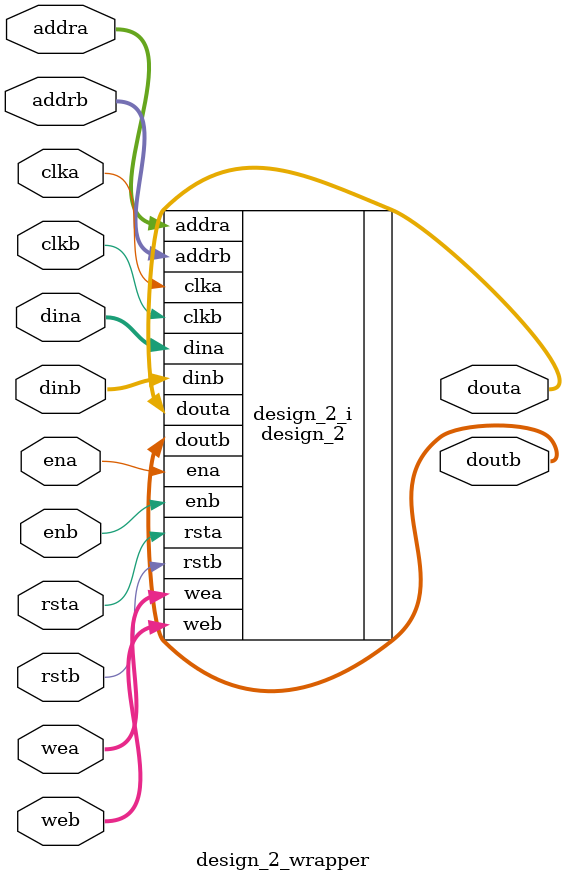
<source format=v>
`timescale 1 ps / 1 ps

module design_2_wrapper
   (addra,
    addrb,
    clka,
    clkb,
    dina,
    dinb,
    douta,
    doutb,
    ena,
    enb,
    rsta,
    rstb,
    wea,
    web);
  input [31:0]addra;
  input [31:0]addrb;
  input clka;
  input clkb;
  input [31:0]dina;
  input [31:0]dinb;
  output [31:0]douta;
  output [31:0]doutb;
  input ena;
  input enb;
  input rsta;
  input rstb;
  input [3:0]wea;
  input [3:0]web;

  wire [31:0]addra;
  wire [31:0]addrb;
  wire clka;
  wire clkb;
  wire [31:0]dina;
  wire [31:0]dinb;
  wire [31:0]douta;
  wire [31:0]doutb;
  wire ena;
  wire enb;
  wire rsta;
  wire rstb;
  wire [3:0]wea;
  wire [3:0]web;

  design_2 design_2_i
       (.addra(addra),
        .addrb(addrb),
        .clka(clka),
        .clkb(clkb),
        .dina(dina),
        .dinb(dinb),
        .douta(douta),
        .doutb(doutb),
        .ena(ena),
        .enb(enb),
        .rsta(rsta),
        .rstb(rstb),
        .wea(wea),
        .web(web));
endmodule

</source>
